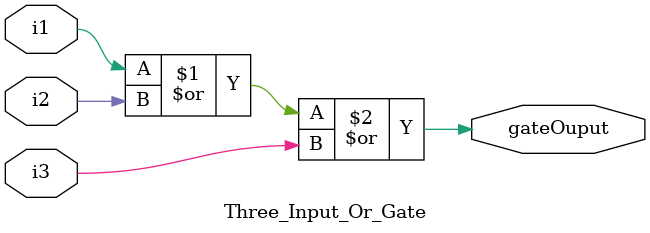
<source format=v>
`timescale 1ns / 1ps
module Three_Input_Or_Gate(
    input i1,
    input i2,
    input i3,
    output gateOuput
    );


or(gateOuput, i1, i2, i3) ; 

endmodule

</source>
